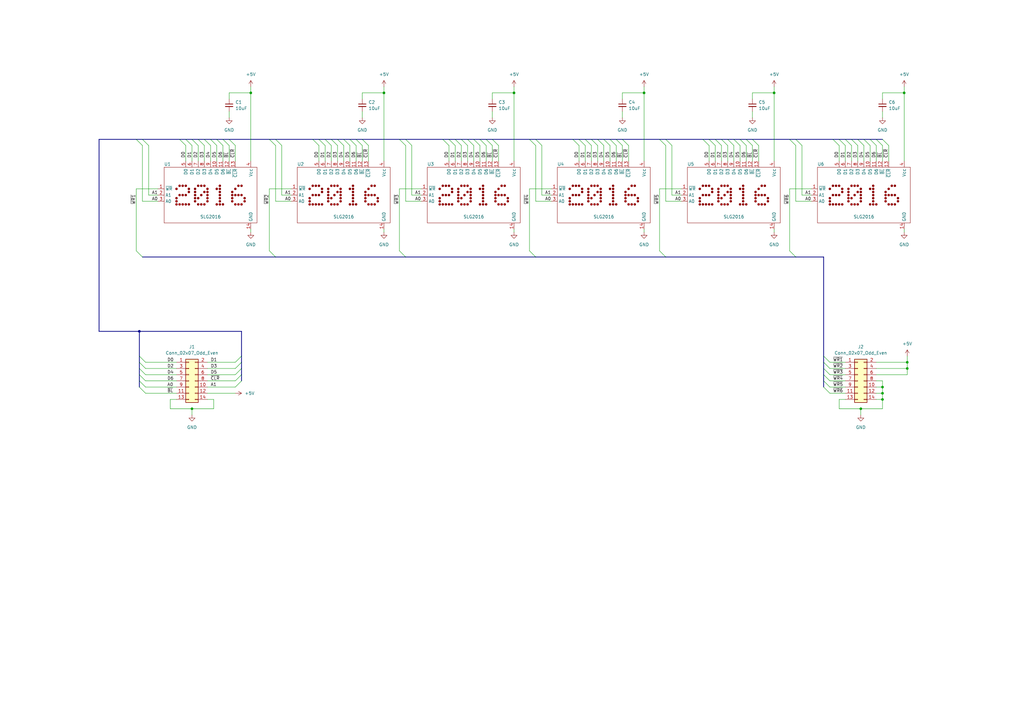
<source format=kicad_sch>
(kicad_sch (version 20231120) (generator "eeschema") (generator_version "8.0")
  (paper "A3")
  (title_block (title "matrixstick display board") (date "2024-07-10") (rev "1.0"))
  (lib_symbols
    (symbol "Connector_Generic:Conn_02x07_Odd_Even" (pin_names (offset 1.016) hide)
      (property "Reference" "J" (at 1.27 10.16 0))
      (property "Value" "Conn_02x07_Odd_Even" (at 1.27 -10.16 0))
      (symbol "Conn_02x07_Odd_Even_1_1"
        (rectangle (start -1.27 -7.493) (end 0 -7.747) (stroke (width 0.1524)))
        (rectangle (start -1.27 -4.953) (end 0 -5.207) (stroke (width 0.1524)))
        (rectangle (start -1.27 -2.413) (end 0 -2.667) (stroke (width 0.1524)))
        (rectangle (start -1.27 0.127) (end 0 -0.127) (stroke (width 0.1524)))
        (rectangle (start -1.27 2.667) (end 0 2.413) (stroke (width 0.1524)))
        (rectangle (start -1.27 5.207) (end 0 4.953) (stroke (width 0.1524)))
        (rectangle (start -1.27 7.747) (end 0 7.493) (stroke (width 0.1524)))
        (rectangle (start -1.27 8.89) (end 3.81 -8.89) (stroke (width 0.254)) (fill (type background)))
        (rectangle (start 3.81 -7.493) (end 2.54 -7.747) (stroke (width 0.1524)))
        (rectangle (start 3.81 -4.953) (end 2.54 -5.207) (stroke (width 0.1524)))
        (rectangle (start 3.81 -2.413) (end 2.54 -2.667) (stroke (width 0.1524)))
        (rectangle (start 3.81 0.127) (end 2.54 -0.127) (stroke (width 0.1524)))
        (rectangle (start 3.81 2.667) (end 2.54 2.413) (stroke (width 0.1524)))
        (rectangle (start 3.81 5.207) (end 2.54 4.953) (stroke (width 0.1524)))
        (rectangle (start 3.81 7.747) (end 2.54 7.493) (stroke (width 0.1524)))
        (pin passive line (at -5.08 7.62 0) (length 3.81) (name "Pin_1") (number "1"))
        (pin passive line (at 7.62 -2.54 180) (length 3.81) (name "Pin_10") (number "10"))
        (pin passive line (at -5.08 -5.08 0) (length 3.81) (name "Pin_11") (number "11"))
        (pin passive line (at 7.62 -5.08 180) (length 3.81) (name "Pin_12") (number "12"))
        (pin passive line (at -5.08 -7.62 0) (length 3.81) (name "Pin_13") (number "13"))
        (pin passive line (at 7.62 -7.62 180) (length 3.81) (name "Pin_14") (number "14"))
        (pin passive line (at 7.62 7.62 180) (length 3.81) (name "Pin_2") (number "2"))
        (pin passive line (at -5.08 5.08 0) (length 3.81) (name "Pin_3") (number "3"))
        (pin passive line (at 7.62 5.08 180) (length 3.81) (name "Pin_4") (number "4"))
        (pin passive line (at -5.08 2.54 0) (length 3.81) (name "Pin_5") (number "5"))
        (pin passive line (at 7.62 2.54 180) (length 3.81) (name "Pin_6") (number "6"))
        (pin passive line (at -5.08 0 0) (length 3.81) (name "Pin_7") (number "7"))
        (pin passive line (at 7.62 0 180) (length 3.81) (name "Pin_8") (number "8"))
        (pin passive line (at -5.08 -2.54 0) (length 3.81) (name "Pin_9") (number "9"))
      )
    )
    (symbol "Device:C_Small" (pin_numbers hide) (pin_names (offset 0.254) hide)
      (property "Reference" "C" (at 0.254 1.778 0))
      (property "Value" "C_Small" (at 0.254 -2.032 0))
      (symbol "C_Small_0_1"
        (polyline (pts (xy -1.524 -0.508) (xy 1.524 -0.508)) (stroke (width 0.3302)))
        (polyline (pts (xy -1.524 0.508) (xy 1.524 0.508)) (stroke (width 0.3048)))
      )
      (symbol "C_Small_1_1"
        (pin passive line (at 0 2.54 270) (length 2.032) (name "~") (number "1"))
        (pin passive line (at 0 -2.54 90) (length 2.032) (name "~") (number "2"))
      )
    )
    (symbol "power:+5V" (power) (pin_names (offset 0))
      (property "Value" "+5V" (at 0 3.556 0))
      (symbol "+5V_0_1"
        (polyline (pts (xy -0.762 1.27) (xy 0 2.54)))
        (polyline (pts (xy 0 0) (xy 0 2.54)))
        (polyline (pts (xy 0 2.54) (xy 0.762 1.27)))
      )
      (symbol "+5V_1_1"
        (pin power_in line (at 0 0 90) (length 0) hide (name "+5V") (number "1"))
      )
    )
    (symbol "power:GND" (power) (pin_names (offset 0))
      (property "Value" "GND" (at 0 -3.81 0))
      (symbol "GND_0_1"
        (polyline (pts (xy 0 0) (xy 0 -1.27) (xy 1.27 -1.27) (xy 0 -2.54) (xy -1.27 -1.27) (xy 0 -1.27)))
      )
      (symbol "GND_1_1"
        (pin power_in line (at 0 0 270) (length 0) hide (name "GND") (number "1"))
      )
    )
    (symbol "sl-kicad-lib:SLG2016"
      (property "Reference" "U" (at -19.05 12.7 0))
      (property "Value" "SLG2016" (at 0 -8.89 0))
      (symbol "SLG2016_0_1"
        (rectangle (start -19.05 11.43) (end 19.05 -11.43))
      )
      (symbol "SLG2016_1_1"
        (circle (center -13.97 -3.81) (radius 0.0001) (stroke (width 0.5)))
        (circle (center -13.97 -2.54) (radius 0.0001) (stroke (width 0.5)))
        (circle (center -13.97 -1.27) (radius 0.0001) (stroke (width 0.5)))
        (circle (center -13.97 2.54) (radius 0.0001) (stroke (width 0.5)))
        (circle (center -12.7 -3.81) (radius 0.0001) (stroke (width 0.5)))
        (circle (center -12.7 0) (radius 0.0001) (stroke (width 0.5)))
        (circle (center -12.7 3.81) (radius 0.0001) (stroke (width 0.5)))
        (circle (center -11.43 -3.81) (radius 0.0001) (stroke (width 0.5)))
        (circle (center -11.43 0) (radius 0.0001) (stroke (width 0.5)))
        (circle (center -11.43 3.81) (radius 0.0001) (stroke (width 0.5)))
        (circle (center -10.16 -3.81) (radius 0.0001) (stroke (width 0.5)))
        (circle (center -10.16 0) (radius 0.0001) (stroke (width 0.5)))
        (circle (center -10.16 3.81) (radius 0.0001) (stroke (width 0.5)))
        (circle (center -8.89 -3.81) (radius 0.0001) (stroke (width 0.5)))
        (circle (center -8.89 1.27) (radius 0.0001) (stroke (width 0.5)))
        (circle (center -8.89 2.54) (radius 0.0001) (stroke (width 0.5)))
        (circle (center -6.35 -2.54) (radius 0.0001) (stroke (width 0.5)))
        (circle (center -6.35 -1.27) (radius 0.0001) (stroke (width 0.5)))
        (circle (center -6.35 0) (radius 0.0001) (stroke (width 0.5)))
        (circle (center -6.35 1.27) (radius 0.0001) (stroke (width 0.5)))
        (circle (center -6.35 2.54) (radius 0.0001) (stroke (width 0.5)))
        (circle (center -5.08 -3.81) (radius 0.0001) (stroke (width 0.5)))
        (circle (center -5.08 -1.27) (radius 0.0001) (stroke (width 0.5)))
        (circle (center -5.08 3.81) (radius 0.0001) (stroke (width 0.5)))
        (circle (center -3.81 -3.81) (radius 0.0001) (stroke (width 0.5)))
        (circle (center -3.81 0) (radius 0.0001) (stroke (width 0.5)))
        (circle (center -3.81 3.81) (radius 0.0001) (stroke (width 0.5)))
        (circle (center -2.54 -3.81) (radius 0.0001) (stroke (width 0.5)))
        (circle (center -2.54 1.27) (radius 0.0001) (stroke (width 0.5)))
        (circle (center -2.54 3.81) (radius 0.0001) (stroke (width 0.5)))
        (circle (center -1.27 -2.54) (radius 0.0001) (stroke (width 0.5)))
        (circle (center -1.27 -1.27) (radius 0.0001) (stroke (width 0.5)))
        (circle (center -1.27 0) (radius 0.0001) (stroke (width 0.5)))
        (circle (center -1.27 1.27) (radius 0.0001) (stroke (width 0.5)))
        (circle (center -1.27 2.54) (radius 0.0001) (stroke (width 0.5)))
        (circle (center 2.54 -3.81) (radius 0.0001) (stroke (width 0.5)))
        (circle (center 2.54 2.54) (radius 0.0001) (stroke (width 0.5)))
        (circle (center 3.81 -3.81) (radius 0.0001) (stroke (width 0.5)))
        (circle (center 3.81 -2.54) (radius 0.0001) (stroke (width 0.5)))
        (circle (center 3.81 -1.27) (radius 0.0001) (stroke (width 0.5)))
        (circle (center 3.81 0) (radius 0.0001) (stroke (width 0.5)))
        (circle (center 3.81 1.27) (radius 0.0001) (stroke (width 0.5)))
        (circle (center 3.81 2.54) (radius 0.0001) (stroke (width 0.5)))
        (circle (center 3.81 3.81) (radius 0.0001) (stroke (width 0.5)))
        (circle (center 5.08 -3.81) (radius 0.0001) (stroke (width 0.5)))
        (circle (center 8.89 -2.54) (radius 0.0001) (stroke (width 0.5)))
        (circle (center 8.89 -1.27) (radius 0.0001) (stroke (width 0.5)))
        (circle (center 8.89 0) (radius 0.0001) (stroke (width 0.5)))
        (circle (center 8.89 1.27) (radius 0.0001) (stroke (width 0.5)))
        (circle (center 10.16 -3.81) (radius 0.0001) (stroke (width 0.5)))
        (circle (center 10.16 0) (radius 0.0001) (stroke (width 0.5)))
        (circle (center 10.16 2.54) (radius 0.0001) (stroke (width 0.5)))
        (circle (center 11.43 -3.81) (radius 0.0001) (stroke (width 0.5)))
        (circle (center 11.43 0) (radius 0.0001) (stroke (width 0.5)))
        (circle (center 11.43 3.81) (radius 0.0001) (stroke (width 0.5)))
        (circle (center 12.7 -3.81) (radius 0.0001) (stroke (width 0.5)))
        (circle (center 12.7 0) (radius 0.0001) (stroke (width 0.5)))
        (circle (center 12.7 3.81) (radius 0.0001) (stroke (width 0.5)))
        (circle (center 13.97 -2.54) (radius 0.0001) (stroke (width 0.5)))
        (circle (center 13.97 -1.27) (radius 0.0001) (stroke (width 0.5)))
        (pin input line (at -21.59 2.54 0) (length 2.54) (name "~{WR}") (number "1"))
        (pin input line (at 2.54 13.97 270) (length 2.54) (name "D5") (number "10"))
        (pin input line (at 5.08 13.97 270) (length 2.54) (name "D6") (number "11"))
        (pin input line (at 7.62 13.97 270) (length 2.54) (name "~{BL}") (number "12"))
        (pin input line (at 10.16 13.97 270) (length 2.54) (name "~{CLR}") (number "13"))
        (pin power_out line (at 16.51 -13.97 90) (length 2.54) (name "GND") (number "14"))
        (pin input line (at -21.59 0 0) (length 2.54) (name "A1") (number "2"))
        (pin input line (at -21.59 -2.54 0) (length 2.54) (name "A0") (number "3"))
        (pin power_in line (at 16.51 13.97 270) (length 2.54) (name "Vcc") (number "4"))
        (pin input line (at -10.16 13.97 270) (length 2.54) (name "D0") (number "5"))
        (pin input line (at -7.62 13.97 270) (length 2.54) (name "D1") (number "6"))
        (pin input line (at -5.08 13.97 270) (length 2.54) (name "D2") (number "7"))
        (pin input line (at -2.54 13.97 270) (length 2.54) (name "D3") (number "8"))
        (pin input line (at 0 13.97 270) (length 2.54) (name "D4") (number "9"))
      )
    )
  )
  (junction (at 78.74 167.64))
  (junction (at 372.11 148.59))
  (junction (at 353.06 167.64))
  (junction (at 361.95 163.83))
  (junction (at 264.16 38.1))
  (junction (at 361.95 158.75))
  (junction (at 57.15 135.89))
  (junction (at 157.48 38.1))
  (junction (at 361.95 161.29))
  (junction (at 210.82 38.1))
  (junction (at 372.11 151.13))
  (junction (at 102.87 38.1))
  (junction (at 317.5 38.1))
  (junction (at 370.84 38.1))
  (bus_entry (at 288.29 57.15) (size 2.54 2.54))
  (bus_entry (at 349.25 57.15) (size 2.54 2.54))
  (bus_entry (at 354.33 57.15) (size 2.54 2.54))
  (bus_entry (at 86.36 57.15) (size 2.54 2.54))
  (bus_entry (at 59.69 151.13) (size -2.54 -2.54))
  (bus_entry (at 346.71 57.15) (size 2.54 2.54))
  (bus_entry (at 337.82 148.59) (size 2.54 2.54))
  (bus_entry (at 361.95 57.15) (size 2.54 2.54))
  (bus_entry (at 88.9 57.15) (size 2.54 2.54))
  (bus_entry (at 323.85 102.87) (size 2.54 2.54))
  (bus_entry (at 351.79 57.15) (size 2.54 2.54))
  (bus_entry (at 255.27 57.15) (size 2.54 2.54))
  (bus_entry (at 59.69 161.29) (size -2.54 -2.54))
  (bus_entry (at 135.89 57.15) (size 2.54 2.54))
  (bus_entry (at 189.23 57.15) (size 2.54 2.54))
  (bus_entry (at 303.53 57.15) (size 2.54 2.54))
  (bus_entry (at 217.17 57.15) (size 2.54 2.54))
  (bus_entry (at 295.91 57.15) (size 2.54 2.54))
  (bus_entry (at 273.05 57.15) (size 2.54 2.54))
  (bus_entry (at 184.15 57.15) (size 2.54 2.54))
  (bus_entry (at 219.71 57.15) (size 2.54 2.54))
  (bus_entry (at 250.19 57.15) (size 2.54 2.54))
  (bus_entry (at 252.73 57.15) (size 2.54 2.54))
  (bus_entry (at 337.82 151.13) (size 2.54 2.54))
  (bus_entry (at 163.83 57.15) (size 2.54 2.54))
  (bus_entry (at 166.37 57.15) (size 2.54 2.54))
  (bus_entry (at 306.07 57.15) (size 2.54 2.54))
  (bus_entry (at 59.69 153.67) (size -2.54 -2.54))
  (bus_entry (at 359.41 57.15) (size 2.54 2.54))
  (bus_entry (at 146.05 57.15) (size 2.54 2.54))
  (bus_entry (at 148.59 57.15) (size 2.54 2.54))
  (bus_entry (at 242.57 57.15) (size 2.54 2.54))
  (bus_entry (at 110.49 102.87) (size 2.54 2.54))
  (bus_entry (at 217.17 102.87) (size 2.54 2.54))
  (bus_entry (at 237.49 57.15) (size 2.54 2.54))
  (bus_entry (at 96.52 158.75) (size 2.54 -2.54))
  (bus_entry (at 133.35 57.15) (size 2.54 2.54))
  (bus_entry (at 130.81 57.15) (size 2.54 2.54))
  (bus_entry (at 234.95 57.15) (size 2.54 2.54))
  (bus_entry (at 326.39 57.15) (size 2.54 2.54))
  (bus_entry (at 308.61 57.15) (size 2.54 2.54))
  (bus_entry (at 91.44 57.15) (size 2.54 2.54))
  (bus_entry (at 293.37 57.15) (size 2.54 2.54))
  (bus_entry (at 201.93 57.15) (size 2.54 2.54))
  (bus_entry (at 57.15 146.05) (size 2.54 2.54))
  (bus_entry (at 83.82 57.15) (size 2.54 2.54))
  (bus_entry (at 196.85 57.15) (size 2.54 2.54))
  (bus_entry (at 300.99 57.15) (size 2.54 2.54))
  (bus_entry (at 290.83 57.15) (size 2.54 2.54))
  (bus_entry (at 73.66 57.15) (size 2.54 2.54))
  (bus_entry (at 247.65 57.15) (size 2.54 2.54))
  (bus_entry (at 96.52 153.67) (size 2.54 -2.54))
  (bus_entry (at 245.11 57.15) (size 2.54 2.54))
  (bus_entry (at 270.51 102.87) (size 2.54 2.54))
  (bus_entry (at 143.51 57.15) (size 2.54 2.54))
  (bus_entry (at 138.43 57.15) (size 2.54 2.54))
  (bus_entry (at 96.52 151.13) (size 2.54 -2.54))
  (bus_entry (at 191.77 57.15) (size 2.54 2.54))
  (bus_entry (at 341.63 57.15) (size 2.54 2.54))
  (bus_entry (at 55.88 102.87) (size 2.54 2.54))
  (bus_entry (at 337.82 158.75) (size 2.54 2.54))
  (bus_entry (at 58.42 57.15) (size 2.54 2.54))
  (bus_entry (at 140.97 57.15) (size 2.54 2.54))
  (bus_entry (at 181.61 57.15) (size 2.54 2.54))
  (bus_entry (at 337.82 153.67) (size 2.54 2.54))
  (bus_entry (at 163.83 102.87) (size 2.54 2.54))
  (bus_entry (at 110.49 57.15) (size 2.54 2.54))
  (bus_entry (at 78.74 57.15) (size 2.54 2.54))
  (bus_entry (at 337.82 156.21) (size 2.54 2.54))
  (bus_entry (at 76.2 57.15) (size 2.54 2.54))
  (bus_entry (at 128.27 57.15) (size 2.54 2.54))
  (bus_entry (at 194.31 57.15) (size 2.54 2.54))
  (bus_entry (at 99.06 146.05) (size -2.54 2.54))
  (bus_entry (at 344.17 57.15) (size 2.54 2.54))
  (bus_entry (at 240.03 57.15) (size 2.54 2.54))
  (bus_entry (at 323.85 57.15) (size 2.54 2.54))
  (bus_entry (at 81.28 57.15) (size 2.54 2.54))
  (bus_entry (at 298.45 57.15) (size 2.54 2.54))
  (bus_entry (at 55.88 57.15) (size 2.54 2.54))
  (bus_entry (at 356.87 57.15) (size 2.54 2.54))
  (bus_entry (at 59.69 158.75) (size -2.54 -2.54))
  (bus_entry (at 93.98 57.15) (size 2.54 2.54))
  (bus_entry (at 270.51 57.15) (size 2.54 2.54))
  (bus_entry (at 199.39 57.15) (size 2.54 2.54))
  (bus_entry (at 96.52 156.21) (size 2.54 -2.54))
  (bus_entry (at 113.03 57.15) (size 2.54 2.54))
  (bus_entry (at 59.69 156.21) (size -2.54 -2.54))
  (bus_entry (at 186.69 57.15) (size 2.54 2.54))
  (bus_entry (at 337.82 146.05) (size 2.54 2.54))
  (wire (pts (xy 85.09 163.83) (xy 87.63 163.83)))
  (wire (pts (xy 247.65 59.69) (xy 247.65 66.04)))
  (bus (pts (xy 138.43 57.15) (xy 135.89 57.15)))
  (bus (pts (xy 186.69 57.15) (xy 184.15 57.15)))
  (wire (pts (xy 361.95 158.75) (xy 361.95 161.29)))
  (bus (pts (xy 57.15 148.59) (xy 57.15 151.13)))
  (bus (pts (xy 219.71 57.15) (xy 217.17 57.15)))
  (wire (pts (xy 303.53 59.69) (xy 303.53 66.04)))
  (wire (pts (xy 226.06 82.55) (xy 219.71 82.55)))
  (wire (pts (xy 317.5 93.98) (xy 317.5 95.25)))
  (bus (pts (xy 57.15 153.67) (xy 57.15 156.21)))
  (wire (pts (xy 308.61 38.1) (xy 317.5 38.1)))
  (wire (pts (xy 85.09 153.67) (xy 96.52 153.67)))
  (wire (pts (xy 148.59 45.72) (xy 148.59 48.26)))
  (bus (pts (xy 346.71 57.15) (xy 344.17 57.15)))
  (bus (pts (xy 166.37 57.15) (xy 163.83 57.15)))
  (wire (pts (xy 140.97 59.69) (xy 140.97 66.04)))
  (wire (pts (xy 199.39 59.69) (xy 199.39 66.04)))
  (bus (pts (xy 295.91 57.15) (xy 293.37 57.15)))
  (bus (pts (xy 99.06 148.59) (xy 99.06 151.13)))
  (bus (pts (xy 288.29 57.15) (xy 273.05 57.15)))
  (bus (pts (xy 273.05 105.41) (xy 326.39 105.41)))
  (bus (pts (xy 199.39 57.15) (xy 196.85 57.15)))
  (wire (pts (xy 219.71 59.69) (xy 219.71 82.55)))
  (wire (pts (xy 279.4 77.47) (xy 270.51 77.47)))
  (wire (pts (xy 85.09 151.13) (xy 96.52 151.13)))
  (bus (pts (xy 40.64 57.15) (xy 40.64 135.89)))
  (wire (pts (xy 275.59 59.69) (xy 275.59 80.01)))
  (wire (pts (xy 119.38 80.01) (xy 115.57 80.01)))
  (wire (pts (xy 135.89 59.69) (xy 135.89 66.04)))
  (wire (pts (xy 359.41 59.69) (xy 359.41 66.04)))
  (bus (pts (xy 146.05 57.15) (xy 143.51 57.15)))
  (wire (pts (xy 340.36 161.29) (xy 346.71 161.29)))
  (wire (pts (xy 60.96 59.69) (xy 60.96 80.01)))
  (wire (pts (xy 340.36 148.59) (xy 346.71 148.59)))
  (bus (pts (xy 88.9 57.15) (xy 86.36 57.15)))
  (wire (pts (xy 226.06 77.47) (xy 217.17 77.47)))
  (wire (pts (xy 76.2 59.69) (xy 76.2 66.04)))
  (wire (pts (xy 148.59 59.69) (xy 148.59 66.04)))
  (bus (pts (xy 341.63 57.15) (xy 326.39 57.15)))
  (bus (pts (xy 326.39 57.15) (xy 323.85 57.15)))
  (bus (pts (xy 148.59 57.15) (xy 146.05 57.15)))
  (wire (pts (xy 356.87 59.69) (xy 356.87 66.04)))
  (bus (pts (xy 163.83 57.15) (xy 148.59 57.15)))
  (wire (pts (xy 119.38 82.55) (xy 113.03 82.55)))
  (wire (pts (xy 83.82 59.69) (xy 83.82 66.04)))
  (bus (pts (xy 55.88 57.15) (xy 40.64 57.15)))
  (wire (pts (xy 242.57 59.69) (xy 242.57 66.04)))
  (bus (pts (xy 128.27 57.15) (xy 113.03 57.15)))
  (wire (pts (xy 361.95 45.72) (xy 361.95 48.26)))
  (bus (pts (xy 191.77 57.15) (xy 194.31 57.15)))
  (wire (pts (xy 245.11 59.69) (xy 245.11 66.04)))
  (wire (pts (xy 172.72 82.55) (xy 166.37 82.55)))
  (wire (pts (xy 326.39 59.69) (xy 326.39 82.55)))
  (wire (pts (xy 201.93 45.72) (xy 201.93 48.26)))
  (wire (pts (xy 204.47 59.69) (xy 204.47 66.04)))
  (bus (pts (xy 242.57 57.15) (xy 240.03 57.15)))
  (wire (pts (xy 279.4 82.55) (xy 273.05 82.55)))
  (wire (pts (xy 148.59 38.1) (xy 157.48 38.1)))
  (bus (pts (xy 298.45 57.15) (xy 295.91 57.15)))
  (wire (pts (xy 359.41 153.67) (xy 372.11 153.67)))
  (wire (pts (xy 308.61 59.69) (xy 308.61 66.04)))
  (bus (pts (xy 219.71 105.41) (xy 273.05 105.41)))
  (bus (pts (xy 140.97 57.15) (xy 138.43 57.15)))
  (wire (pts (xy 88.9 59.69) (xy 88.9 66.04)))
  (wire (pts (xy 138.43 59.69) (xy 138.43 66.04)))
  (wire (pts (xy 252.73 59.69) (xy 252.73 66.04)))
  (wire (pts (xy 172.72 77.47) (xy 163.83 77.47)))
  (wire (pts (xy 359.41 156.21) (xy 361.95 156.21)))
  (wire (pts (xy 351.79 59.69) (xy 351.79 66.04)))
  (wire (pts (xy 93.98 59.69) (xy 93.98 66.04)))
  (wire (pts (xy 361.95 156.21) (xy 361.95 158.75)))
  (bus (pts (xy 191.77 57.15) (xy 189.23 57.15)))
  (wire (pts (xy 372.11 151.13) (xy 372.11 148.59)))
  (wire (pts (xy 87.63 167.64) (xy 78.74 167.64)))
  (bus (pts (xy 57.15 151.13) (xy 57.15 153.67)))
  (bus (pts (xy 356.87 57.15) (xy 354.33 57.15)))
  (wire (pts (xy 93.98 45.72) (xy 93.98 48.26)))
  (wire (pts (xy 279.4 80.01) (xy 275.59 80.01)))
  (wire (pts (xy 194.31 59.69) (xy 194.31 66.04)))
  (wire (pts (xy 255.27 45.72) (xy 255.27 48.26)))
  (wire (pts (xy 189.23 59.69) (xy 189.23 66.04)))
  (bus (pts (xy 337.82 146.05) (xy 337.82 148.59)))
  (bus (pts (xy 337.82 148.59) (xy 337.82 151.13)))
  (bus (pts (xy 166.37 105.41) (xy 219.71 105.41)))
  (bus (pts (xy 135.89 57.15) (xy 133.35 57.15)))
  (wire (pts (xy 364.49 59.69) (xy 364.49 66.04)))
  (bus (pts (xy 255.27 57.15) (xy 252.73 57.15)))
  (wire (pts (xy 78.74 167.64) (xy 78.74 170.18)))
  (wire (pts (xy 226.06 80.01) (xy 222.25 80.01)))
  (wire (pts (xy 273.05 59.69) (xy 273.05 82.55)))
  (bus (pts (xy 40.64 135.89) (xy 57.15 135.89)))
  (wire (pts (xy 186.69 59.69) (xy 186.69 66.04)))
  (wire (pts (xy 340.36 158.75) (xy 346.71 158.75)))
  (bus (pts (xy 99.06 146.05) (xy 99.06 148.59)))
  (wire (pts (xy 191.77 59.69) (xy 191.77 66.04)))
  (wire (pts (xy 81.28 59.69) (xy 81.28 66.04)))
  (bus (pts (xy 91.44 57.15) (xy 88.9 57.15)))
  (bus (pts (xy 234.95 57.15) (xy 219.71 57.15)))
  (wire (pts (xy 93.98 38.1) (xy 93.98 40.64)))
  (bus (pts (xy 337.82 151.13) (xy 337.82 153.67)))
  (wire (pts (xy 85.09 148.59) (xy 96.52 148.59)))
  (wire (pts (xy 78.74 167.64) (xy 69.85 167.64)))
  (wire (pts (xy 332.74 82.55) (xy 326.39 82.55)))
  (bus (pts (xy 237.49 57.15) (xy 234.95 57.15)))
  (wire (pts (xy 146.05 59.69) (xy 146.05 66.04)))
  (wire (pts (xy 340.36 151.13) (xy 346.71 151.13)))
  (wire (pts (xy 353.06 167.64) (xy 353.06 170.18)))
  (wire (pts (xy 264.16 35.56) (xy 264.16 38.1)))
  (bus (pts (xy 349.25 57.15) (xy 346.71 57.15)))
  (bus (pts (xy 337.82 105.41) (xy 337.82 146.05)))
  (wire (pts (xy 372.11 148.59) (xy 372.11 146.05)))
  (wire (pts (xy 340.36 153.67) (xy 346.71 153.67)))
  (wire (pts (xy 113.03 59.69) (xy 113.03 82.55)))
  (wire (pts (xy 184.15 59.69) (xy 184.15 66.04)))
  (bus (pts (xy 300.99 57.15) (xy 298.45 57.15)))
  (bus (pts (xy 326.39 105.41) (xy 337.82 105.41)))
  (wire (pts (xy 59.69 156.21) (xy 72.39 156.21)))
  (wire (pts (xy 361.95 163.83) (xy 361.95 167.64)))
  (wire (pts (xy 59.69 153.67) (xy 72.39 153.67)))
  (wire (pts (xy 255.27 38.1) (xy 264.16 38.1)))
  (bus (pts (xy 110.49 57.15) (xy 93.98 57.15)))
  (wire (pts (xy 64.77 77.47) (xy 55.88 77.47)))
  (bus (pts (xy 245.11 57.15) (xy 242.57 57.15)))
  (wire (pts (xy 317.5 35.56) (xy 317.5 38.1)))
  (wire (pts (xy 344.17 163.83) (xy 346.71 163.83)))
  (bus (pts (xy 273.05 57.15) (xy 270.51 57.15)))
  (wire (pts (xy 361.95 38.1) (xy 370.84 38.1)))
  (wire (pts (xy 359.41 151.13) (xy 372.11 151.13)))
  (wire (pts (xy 250.19 59.69) (xy 250.19 66.04)))
  (wire (pts (xy 85.09 158.75) (xy 96.52 158.75)))
  (bus (pts (xy 57.15 156.21) (xy 57.15 158.75)))
  (wire (pts (xy 349.25 59.69) (xy 349.25 66.04)))
  (wire (pts (xy 157.48 93.98) (xy 157.48 95.25)))
  (wire (pts (xy 119.38 77.47) (xy 110.49 77.47)))
  (bus (pts (xy 303.53 57.15) (xy 300.99 57.15)))
  (wire (pts (xy 359.41 161.29) (xy 361.95 161.29)))
  (wire (pts (xy 344.17 167.64) (xy 344.17 163.83)))
  (bus (pts (xy 113.03 105.41) (xy 166.37 105.41)))
  (wire (pts (xy 308.61 38.1) (xy 308.61 40.64)))
  (wire (pts (xy 91.44 59.69) (xy 91.44 66.04)))
  (bus (pts (xy 113.03 57.15) (xy 110.49 57.15)))
  (wire (pts (xy 308.61 45.72) (xy 308.61 48.26)))
  (wire (pts (xy 85.09 161.29) (xy 96.52 161.29)))
  (bus (pts (xy 99.06 153.67) (xy 99.06 156.21)))
  (wire (pts (xy 110.49 77.47) (xy 110.49 102.87)))
  (wire (pts (xy 240.03 59.69) (xy 240.03 66.04)))
  (wire (pts (xy 210.82 66.04) (xy 210.82 38.1)))
  (wire (pts (xy 370.84 35.56) (xy 370.84 38.1)))
  (wire (pts (xy 168.91 59.69) (xy 168.91 80.01)))
  (wire (pts (xy 172.72 80.01) (xy 168.91 80.01)))
  (wire (pts (xy 78.74 59.69) (xy 78.74 66.04)))
  (wire (pts (xy 210.82 35.56) (xy 210.82 38.1)))
  (bus (pts (xy 58.42 105.41) (xy 113.03 105.41)))
  (wire (pts (xy 102.87 93.98) (xy 102.87 95.25)))
  (wire (pts (xy 270.51 77.47) (xy 270.51 102.87)))
  (bus (pts (xy 181.61 57.15) (xy 166.37 57.15)))
  (wire (pts (xy 157.48 35.56) (xy 157.48 38.1)))
  (wire (pts (xy 257.81 59.69) (xy 257.81 66.04)))
  (bus (pts (xy 247.65 57.15) (xy 245.11 57.15)))
  (bus (pts (xy 189.23 57.15) (xy 186.69 57.15)))
  (wire (pts (xy 346.71 59.69) (xy 346.71 66.04)))
  (bus (pts (xy 361.95 57.15) (xy 359.41 57.15)))
  (wire (pts (xy 298.45 59.69) (xy 298.45 66.04)))
  (bus (pts (xy 290.83 57.15) (xy 288.29 57.15)))
  (wire (pts (xy 317.5 66.04) (xy 317.5 38.1)))
  (bus (pts (xy 184.15 57.15) (xy 181.61 57.15)))
  (bus (pts (xy 86.36 57.15) (xy 83.82 57.15)))
  (bus (pts (xy 323.85 57.15) (xy 308.61 57.15)))
  (wire (pts (xy 361.95 167.64) (xy 353.06 167.64)))
  (wire (pts (xy 64.77 82.55) (xy 58.42 82.55)))
  (bus (pts (xy 306.07 57.15) (xy 303.53 57.15)))
  (wire (pts (xy 148.59 38.1) (xy 148.59 40.64)))
  (bus (pts (xy 57.15 135.89) (xy 99.06 135.89)))
  (bus (pts (xy 240.03 57.15) (xy 237.49 57.15)))
  (wire (pts (xy 264.16 93.98) (xy 264.16 95.25)))
  (bus (pts (xy 354.33 57.15) (xy 351.79 57.15)))
  (bus (pts (xy 78.74 57.15) (xy 76.2 57.15)))
  (bus (pts (xy 351.79 57.15) (xy 349.25 57.15)))
  (wire (pts (xy 293.37 59.69) (xy 293.37 66.04)))
  (wire (pts (xy 64.77 80.01) (xy 60.96 80.01)))
  (wire (pts (xy 163.83 77.47) (xy 163.83 102.87)))
  (bus (pts (xy 81.28 57.15) (xy 78.74 57.15)))
  (bus (pts (xy 130.81 57.15) (xy 128.27 57.15)))
  (bus (pts (xy 201.93 57.15) (xy 199.39 57.15)))
  (wire (pts (xy 157.48 66.04) (xy 157.48 38.1)))
  (wire (pts (xy 323.85 77.47) (xy 323.85 102.87)))
  (bus (pts (xy 196.85 57.15) (xy 194.31 57.15)))
  (bus (pts (xy 252.73 57.15) (xy 250.19 57.15)))
  (bus (pts (xy 143.51 57.15) (xy 140.97 57.15)))
  (wire (pts (xy 217.17 77.47) (xy 217.17 102.87)))
  (wire (pts (xy 133.35 59.69) (xy 133.35 66.04)))
  (wire (pts (xy 201.93 59.69) (xy 201.93 66.04)))
  (wire (pts (xy 102.87 35.56) (xy 102.87 38.1)))
  (wire (pts (xy 166.37 59.69) (xy 166.37 82.55)))
  (wire (pts (xy 59.69 151.13) (xy 72.39 151.13)))
  (wire (pts (xy 370.84 93.98) (xy 370.84 95.25)))
  (wire (pts (xy 59.69 161.29) (xy 72.39 161.29)))
  (wire (pts (xy 87.63 163.83) (xy 87.63 167.64)))
  (wire (pts (xy 201.93 38.1) (xy 210.82 38.1)))
  (wire (pts (xy 359.41 163.83) (xy 361.95 163.83)))
  (bus (pts (xy 57.15 146.05) (xy 57.15 148.59)))
  (wire (pts (xy 130.81 59.69) (xy 130.81 66.04)))
  (bus (pts (xy 93.98 57.15) (xy 91.44 57.15)))
  (bus (pts (xy 250.19 57.15) (xy 247.65 57.15)))
  (wire (pts (xy 372.11 153.67) (xy 372.11 151.13)))
  (wire (pts (xy 69.85 167.64) (xy 69.85 163.83)))
  (wire (pts (xy 328.93 59.69) (xy 328.93 80.01)))
  (wire (pts (xy 143.51 59.69) (xy 143.51 66.04)))
  (wire (pts (xy 332.74 80.01) (xy 328.93 80.01)))
  (wire (pts (xy 290.83 59.69) (xy 290.83 66.04)))
  (wire (pts (xy 201.93 38.1) (xy 201.93 40.64)))
  (bus (pts (xy 99.06 135.89) (xy 99.06 146.05)))
  (bus (pts (xy 58.42 57.15) (xy 55.88 57.15)))
  (bus (pts (xy 270.51 57.15) (xy 255.27 57.15)))
  (wire (pts (xy 55.88 77.47) (xy 55.88 102.87)))
  (wire (pts (xy 361.95 38.1) (xy 361.95 40.64)))
  (wire (pts (xy 353.06 167.64) (xy 344.17 167.64)))
  (wire (pts (xy 340.36 156.21) (xy 346.71 156.21)))
  (wire (pts (xy 151.13 59.69) (xy 151.13 66.04)))
  (wire (pts (xy 115.57 59.69) (xy 115.57 80.01)))
  (bus (pts (xy 133.35 57.15) (xy 130.81 57.15)))
  (wire (pts (xy 264.16 66.04) (xy 264.16 38.1)))
  (wire (pts (xy 58.42 59.69) (xy 58.42 82.55)))
  (wire (pts (xy 359.41 158.75) (xy 361.95 158.75)))
  (wire (pts (xy 96.52 59.69) (xy 96.52 66.04)))
  (wire (pts (xy 237.49 59.69) (xy 237.49 66.04)))
  (wire (pts (xy 255.27 38.1) (xy 255.27 40.64)))
  (wire (pts (xy 306.07 59.69) (xy 306.07 66.04)))
  (bus (pts (xy 83.82 57.15) (xy 81.28 57.15)))
  (wire (pts (xy 354.33 59.69) (xy 354.33 66.04)))
  (wire (pts (xy 311.15 59.69) (xy 311.15 66.04)))
  (wire (pts (xy 93.98 38.1) (xy 102.87 38.1)))
  (wire (pts (xy 255.27 59.69) (xy 255.27 66.04)))
  (wire (pts (xy 222.25 59.69) (xy 222.25 80.01)))
  (wire (pts (xy 359.41 148.59) (xy 372.11 148.59)))
  (wire (pts (xy 85.09 156.21) (xy 96.52 156.21)))
  (wire (pts (xy 86.36 59.69) (xy 86.36 66.04)))
  (wire (pts (xy 361.95 59.69) (xy 361.95 66.04)))
  (bus (pts (xy 337.82 153.67) (xy 337.82 156.21)))
  (bus (pts (xy 57.15 135.89) (xy 57.15 146.05)))
  (wire (pts (xy 196.85 59.69) (xy 196.85 66.04)))
  (wire (pts (xy 59.69 148.59) (xy 72.39 148.59)))
  (wire (pts (xy 295.91 59.69) (xy 295.91 66.04)))
  (wire (pts (xy 344.17 59.69) (xy 344.17 66.04)))
  (bus (pts (xy 308.61 57.15) (xy 306.07 57.15)))
  (bus (pts (xy 99.06 151.13) (xy 99.06 153.67)))
  (wire (pts (xy 59.69 158.75) (xy 72.39 158.75)))
  (bus (pts (xy 337.82 156.21) (xy 337.82 158.75)))
  (bus (pts (xy 293.37 57.15) (xy 290.83 57.15)))
  (bus (pts (xy 76.2 57.15) (xy 73.66 57.15)))
  (bus (pts (xy 73.66 57.15) (xy 58.42 57.15)))
  (wire (pts (xy 210.82 93.98) (xy 210.82 95.25)))
  (wire (pts (xy 361.95 161.29) (xy 361.95 163.83)))
  (wire (pts (xy 69.85 163.83) (xy 72.39 163.83)))
  (wire (pts (xy 300.99 59.69) (xy 300.99 66.04)))
  (bus (pts (xy 217.17 57.15) (xy 201.93 57.15)))
  (wire (pts (xy 102.87 66.04) (xy 102.87 38.1)))
  (bus (pts (xy 359.41 57.15) (xy 356.87 57.15)))
  (wire (pts (xy 332.74 77.47) (xy 323.85 77.47)))
  (wire (pts (xy 370.84 66.04) (xy 370.84 38.1)))
  (bus (pts (xy 344.17 57.15) (xy 341.63 57.15)))
  (label "~{BL}" (at 308.61 64.77 90))
  (label "A1" (at 276.86 80.01 0))
  (label "D0" (at 68.58 148.59 0))
  (label "~{WR2}" (at 341.63 151.13 0))
  (label "D6" (at 252.73 64.77 90))
  (label "D6" (at 68.58 156.21 0))
  (label "~{WR6}" (at 341.63 161.29 0))
  (label "D4" (at 354.33 64.77 90))
  (label "D2" (at 295.91 64.77 90))
  (label "~{BL}" (at 68.58 161.29 0))
  (label "A1" (at 330.2 80.01 0))
  (label "~{WR1}" (at 341.63 148.59 0))
  (label "D4" (at 247.65 64.77 90))
  (label "D2" (at 349.25 64.77 90))
  (label "D1" (at 86.36 148.59 0))
  (label "~{CLR}" (at 257.81 64.77 90))
  (label "D1" (at 78.74 64.77 90))
  (label "A1" (at 223.52 80.01 0))
  (label "D3" (at 86.36 151.13 0))
  (label "D2" (at 242.57 64.77 90))
  (label "D1" (at 293.37 64.77 90))
  (label "D1" (at 186.69 64.77 90))
  (label "A1" (at 62.23 80.01 0))
  (label "~{BL}" (at 148.59 64.77 90))
  (label "~{BL}" (at 361.95 64.77 90))
  (label "D3" (at 245.11 64.77 90))
  (label "D6" (at 306.07 64.77 90))
  (label "D3" (at 351.79 64.77 90))
  (label "~{WR3}" (at 163.83 83.82 90))
  (label "D1" (at 133.35 64.77 90))
  (label "~{BL}" (at 93.98 64.77 90))
  (label "A1" (at 86.36 158.75 0))
  (label "A1" (at 116.84 80.01 0))
  (label "D3" (at 298.45 64.77 90))
  (label "D3" (at 138.43 64.77 90))
  (label "D0" (at 76.2 64.77 90))
  (label "A0" (at 223.52 82.55 0))
  (label "D0" (at 184.15 64.77 90))
  (label "~{WR5}" (at 341.63 158.75 0))
  (label "D2" (at 135.89 64.77 90))
  (label "A1" (at 170.18 80.01 0))
  (label "D5" (at 86.36 153.67 0))
  (label "~{CLR}" (at 96.52 64.77 90))
  (label "D2" (at 189.23 64.77 90))
  (label "D4" (at 194.31 64.77 90))
  (label "A0" (at 330.2 82.55 0))
  (label "D4" (at 68.58 153.67 0))
  (label "D6" (at 359.41 64.77 90))
  (label "D0" (at 290.83 64.77 90))
  (label "A0" (at 116.84 82.55 0))
  (label "~{CLR}" (at 204.47 64.77 90))
  (label "A0" (at 276.86 82.55 0))
  (label "~{WR5}" (at 270.51 83.82 90))
  (label "D5" (at 303.53 64.77 90))
  (label "D1" (at 346.71 64.77 90))
  (label "D5" (at 143.51 64.77 90))
  (label "~{CLR}" (at 86.36 156.21 0))
  (label "~{CLR}" (at 151.13 64.77 90))
  (label "D5" (at 88.9 64.77 90))
  (label "~{WR4}" (at 217.17 83.82 90))
  (label "~{WR6}" (at 323.85 83.82 90))
  (label "D3" (at 191.77 64.77 90))
  (label "A0" (at 62.23 82.55 0))
  (label "A0" (at 68.58 158.75 0))
  (label "D2" (at 68.58 151.13 0))
  (label "D6" (at 91.44 64.77 90))
  (label "D4" (at 86.36 64.77 90))
  (label "~{WR4}" (at 341.63 156.21 0))
  (label "D1" (at 240.03 64.77 90))
  (label "D0" (at 130.81 64.77 90))
  (label "D0" (at 344.17 64.77 90))
  (label "D5" (at 356.87 64.77 90))
  (label "D3" (at 83.82 64.77 90))
  (label "D6" (at 146.05 64.77 90))
  (label "~{BL}" (at 201.93 64.77 90))
  (label "A0" (at 170.18 82.55 0))
  (label "D2" (at 81.28 64.77 90))
  (label "D0" (at 237.49 64.77 90))
  (label "D5" (at 196.85 64.77 90))
  (label "~{CLR}" (at 364.49 64.77 90))
  (label "D6" (at 199.39 64.77 90))
  (label "~{WR1}" (at 55.88 83.82 90))
  (label "D5" (at 250.19 64.77 90))
  (label "~{CLR}" (at 311.15 64.77 90))
  (label "D4" (at 300.99 64.77 90))
  (label "~{BL}" (at 255.27 64.77 90))
  (label "D4" (at 140.97 64.77 90))
  (label "~{WR3}" (at 341.63 153.67 0))
  (label "~{WR2}" (at 110.49 83.82 90))
  (symbol (lib_id "Device:C_Small") (at 255.27 43.18 0) (unit 1)
    (property "Reference" "C4" (at 257.81 41.9163 0) (effects (justify left)))
    (property "Value" "10uF" (at 257.81 44.4563 0) (effects (justify left)))
    (property "Footprint" "Capacitor_SMD:C_0603_1608Metric" (effects (hide yes)))
  )
  (symbol (lib_id "Connector_Generic:Conn_02x07_Odd_Even") (at 77.47 156.21 0) (unit 1)
    (property "Reference" "J1" (at 78.74 142.24 0))
    (property "Value" "Conn_02x07_Odd_Even" (at 78.74 144.78 0))
    (property "Footprint" "Connector_PinHeader_2.54mm:PinHeader_2x07_P2.54mm_Vertical" (effects (hide yes)))
  )
  (symbol (lib_id "sl-kicad-lib:SLG2016") (at 300.99 80.01 0) (unit 1)
    (property "Reference" "U5" (at 281.94 67.31 0) (effects (justify left)))
    (property "Value" "SLG2016" (at 300.99 88.9 0))
    (property "Footprint" "sl-kicad-lib:SLX2016" (effects (hide yes)))
    (property "Datasheet" "https://datasheet.ciiva.com/26913/slg2016-26913530.pdf" (effects (hide yes)))
  )
  (symbol (lib_id "Device:C_Small") (at 308.61 43.18 0) (unit 1)
    (property "Reference" "C5" (at 311.15 41.9163 0) (effects (justify left)))
    (property "Value" "10uF" (at 311.15 44.4563 0) (effects (justify left)))
    (property "Footprint" "Capacitor_SMD:C_0603_1608Metric" (effects (hide yes)))
  )
  (symbol (lib_id "sl-kicad-lib:SLG2016") (at 247.65 80.01 0) (unit 1)
    (property "Reference" "U4" (at 228.6 67.31 0) (effects (justify left)))
    (property "Value" "SLG2016" (at 247.65 88.9 0))
    (property "Footprint" "sl-kicad-lib:SLX2016" (effects (hide yes)))
    (property "Datasheet" "https://datasheet.ciiva.com/26913/slg2016-26913530.pdf" (effects (hide yes)))
  )
  (symbol (lib_id "power:GND") (at 361.95 48.26 0) (unit 1)
    (property "Reference" "#PWR012" (effects (hide yes)))
    (property "Value" "GND" (at 361.95 53.34 0))
  )
  (symbol (lib_id "power:GND") (at 148.59 48.26 0) (unit 1)
    (property "Reference" "#PWR04" (effects (hide yes)))
    (property "Value" "GND" (at 148.59 53.34 0))
  )
  (symbol (lib_id "power:GND") (at 210.82 95.25 0) (unit 1)
    (property "Reference" "#PWR016" (effects (hide yes)))
    (property "Value" "GND" (at 210.82 100.33 0))
  )
  (symbol (lib_id "power:GND") (at 157.48 95.25 0) (unit 1)
    (property "Reference" "#PWR017" (effects (hide yes)))
    (property "Value" "GND" (at 157.48 100.33 0))
  )
  (symbol (lib_id "power:+5V") (at 372.11 146.05 0) (unit 1)
    (property "Reference" "#PWR022" (effects (hide yes)))
    (property "Value" "+5V" (at 372.11 140.97 0))
  )
  (symbol (lib_id "Device:C_Small") (at 361.95 43.18 0) (unit 1)
    (property "Reference" "C6" (at 364.49 41.9163 0) (effects (justify left)))
    (property "Value" "10uF" (at 364.49 44.4563 0) (effects (justify left)))
    (property "Footprint" "Capacitor_SMD:C_0603_1608Metric" (effects (hide yes)))
  )
  (symbol (lib_id "power:+5V") (at 370.84 35.56 0) (unit 1)
    (property "Reference" "#PWR011" (effects (hide yes)))
    (property "Value" "+5V" (at 370.84 30.48 0))
  )
  (symbol (lib_id "power:GND") (at 255.27 48.26 0) (unit 1)
    (property "Reference" "#PWR08" (effects (hide yes)))
    (property "Value" "GND" (at 255.27 53.34 0))
  )
  (symbol (lib_id "power:GND") (at 308.61 48.26 0) (unit 1)
    (property "Reference" "#PWR010" (effects (hide yes)))
    (property "Value" "GND" (at 308.61 53.34 0))
  )
  (symbol (lib_id "Device:C_Small") (at 93.98 43.18 0) (unit 1)
    (property "Reference" "C1" (at 96.52 41.9163 0) (effects (justify left)))
    (property "Value" "10uF" (at 96.52 44.4563 0) (effects (justify left)))
    (property "Footprint" "Capacitor_SMD:C_0603_1608Metric" (effects (hide yes)))
  )
  (symbol (lib_id "Device:C_Small") (at 148.59 43.18 0) (unit 1)
    (property "Reference" "C2" (at 151.13 41.9163 0) (effects (justify left)))
    (property "Value" "10uF" (at 151.13 44.4563 0) (effects (justify left)))
    (property "Footprint" "Capacitor_SMD:C_0603_1608Metric" (effects (hide yes)))
  )
  (symbol (lib_id "power:GND") (at 78.74 170.18 0) (unit 1)
    (property "Reference" "#PWR019" (effects (hide yes)))
    (property "Value" "GND" (at 78.74 175.26 0))
  )
  (symbol (lib_id "power:+5V") (at 102.87 35.56 0) (unit 1)
    (property "Reference" "#PWR01" (effects (hide yes)))
    (property "Value" "+5V" (at 102.87 30.48 0))
  )
  (symbol (lib_id "sl-kicad-lib:SLG2016") (at 354.33 80.01 0) (unit 1)
    (property "Reference" "U6" (at 335.28 67.31 0) (effects (justify left)))
    (property "Value" "SLG2016" (at 354.33 88.9 0))
    (property "Footprint" "sl-kicad-lib:SLX2016" (effects (hide yes)))
    (property "Datasheet" "https://datasheet.ciiva.com/26913/slg2016-26913530.pdf" (effects (hide yes)))
  )
  (symbol (lib_id "power:GND") (at 370.84 95.25 0) (unit 1)
    (property "Reference" "#PWR013" (effects (hide yes)))
    (property "Value" "GND" (at 370.84 100.33 0))
  )
  (symbol (lib_id "power:GND") (at 201.93 48.26 0) (unit 1)
    (property "Reference" "#PWR06" (effects (hide yes)))
    (property "Value" "GND" (at 201.93 53.34 0))
  )
  (symbol (lib_id "sl-kicad-lib:SLG2016") (at 140.97 80.01 0) (unit 1)
    (property "Reference" "U2" (at 121.92 67.31 0) (effects (justify left)))
    (property "Value" "SLG2016" (at 140.97 88.9 0))
    (property "Footprint" "sl-kicad-lib:SLX2016" (effects (hide yes)))
    (property "Datasheet" "https://datasheet.ciiva.com/26913/slg2016-26913530.pdf" (effects (hide yes)))
  )
  (symbol (lib_id "power:GND") (at 353.06 170.18 0) (unit 1)
    (property "Reference" "#PWR021" (effects (hide yes)))
    (property "Value" "GND" (at 353.06 175.26 0))
  )
  (symbol (lib_id "power:GND") (at 102.87 95.25 0) (unit 1)
    (property "Reference" "#PWR018" (effects (hide yes)))
    (property "Value" "GND" (at 102.87 100.33 0))
  )
  (symbol (lib_id "power:+5V") (at 317.5 35.56 0) (unit 1)
    (property "Reference" "#PWR09" (effects (hide yes)))
    (property "Value" "+5V" (at 317.5 30.48 0))
  )
  (symbol (lib_id "power:GND") (at 264.16 95.25 0) (unit 1)
    (property "Reference" "#PWR015" (effects (hide yes)))
    (property "Value" "GND" (at 264.16 100.33 0))
  )
  (symbol (lib_id "Connector_Generic:Conn_02x07_Odd_Even") (at 351.79 156.21 0) (unit 1)
    (property "Reference" "J2" (at 353.06 142.24 0))
    (property "Value" "Conn_02x07_Odd_Even" (at 353.06 144.78 0))
    (property "Footprint" "Connector_PinHeader_2.54mm:PinHeader_2x07_P2.54mm_Vertical" (effects (hide yes)))
  )
  (symbol (lib_id "power:+5V") (at 96.52 161.29 270) (unit 1)
    (property "Reference" "#PWR020" (effects (hide yes)))
    (property "Value" "+5V" (at 100.33 161.29 90) (effects (justify left)))
  )
  (symbol (lib_id "sl-kicad-lib:SLG2016") (at 194.31 80.01 0) (unit 1)
    (property "Reference" "U3" (at 175.26 67.31 0) (effects (justify left)))
    (property "Value" "SLG2016" (at 194.31 88.9 0))
    (property "Footprint" "sl-kicad-lib:SLX2016" (effects (hide yes)))
    (property "Datasheet" "https://datasheet.ciiva.com/26913/slg2016-26913530.pdf" (effects (hide yes)))
  )
  (symbol (lib_id "sl-kicad-lib:SLG2016") (at 86.36 80.01 0) (unit 1)
    (property "Reference" "U1" (at 67.31 67.31 0) (effects (justify left)))
    (property "Value" "SLG2016" (at 86.36 88.9 0))
    (property "Footprint" "sl-kicad-lib:SLX2016" (effects (hide yes)))
    (property "Datasheet" "https://datasheet.ciiva.com/26913/slg2016-26913530.pdf" (effects (hide yes)))
  )
  (symbol (lib_id "power:+5V") (at 264.16 35.56 0) (unit 1)
    (property "Reference" "#PWR07" (effects (hide yes)))
    (property "Value" "+5V" (at 264.16 30.48 0))
  )
  (symbol (lib_id "Device:C_Small") (at 201.93 43.18 0) (unit 1)
    (property "Reference" "C3" (at 204.47 41.9163 0) (effects (justify left)))
    (property "Value" "10uF" (at 204.47 44.4563 0) (effects (justify left)))
    (property "Footprint" "Capacitor_SMD:C_0603_1608Metric" (effects (hide yes)))
  )
  (symbol (lib_id "power:GND") (at 93.98 48.26 0) (unit 1)
    (property "Reference" "#PWR02" (effects (hide yes)))
    (property "Value" "GND" (at 93.98 53.34 0))
  )
  (symbol (lib_id "power:+5V") (at 210.82 35.56 0) (unit 1)
    (property "Reference" "#PWR05" (effects (hide yes)))
    (property "Value" "+5V" (at 210.82 30.48 0))
  )
  (symbol (lib_id "power:+5V") (at 157.48 35.56 0) (unit 1)
    (property "Reference" "#PWR03" (effects (hide yes)))
    (property "Value" "+5V" (at 157.48 30.48 0))
  )
  (symbol (lib_id "power:GND") (at 317.5 95.25 0) (unit 1)
    (property "Reference" "#PWR014" (effects (hide yes)))
    (property "Value" "GND" (at 317.5 100.33 0))
  )
)
</source>
